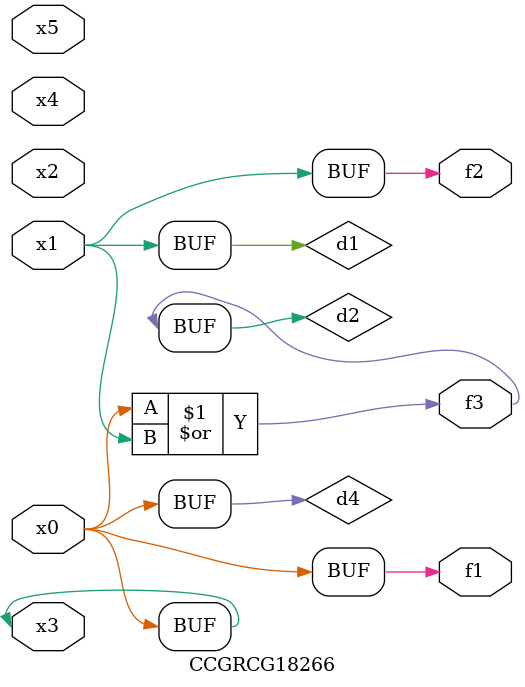
<source format=v>
module CCGRCG18266(
	input x0, x1, x2, x3, x4, x5,
	output f1, f2, f3
);

	wire d1, d2, d3, d4;

	and (d1, x1);
	or (d2, x0, x1);
	nand (d3, x0, x5);
	buf (d4, x0, x3);
	assign f1 = d4;
	assign f2 = d1;
	assign f3 = d2;
endmodule

</source>
